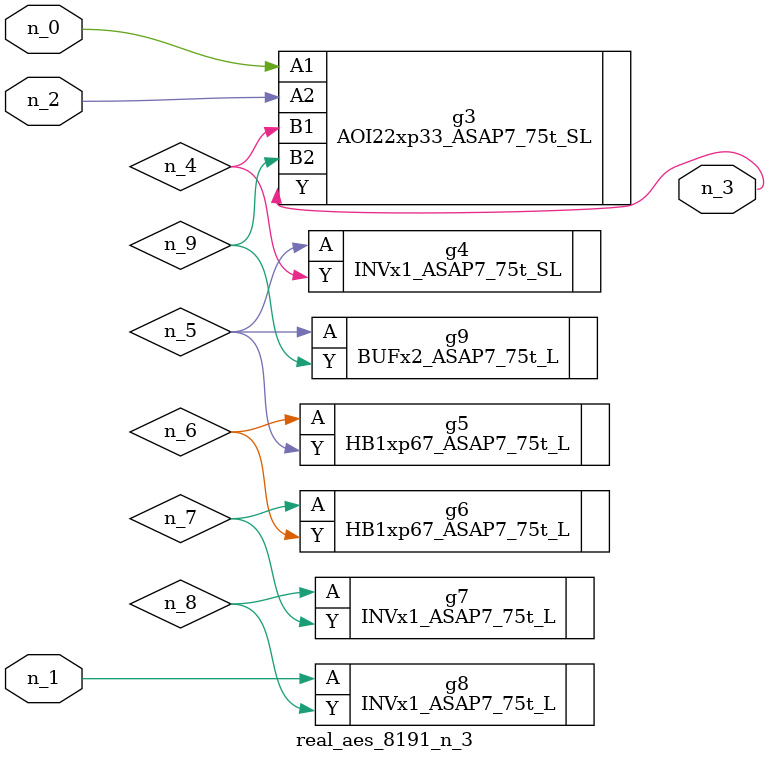
<source format=v>
module real_aes_8191_n_3 (n_0, n_2, n_1, n_3);
input n_0;
input n_2;
input n_1;
output n_3;
wire n_4;
wire n_5;
wire n_7;
wire n_9;
wire n_6;
wire n_8;
AOI22xp33_ASAP7_75t_SL g3 ( .A1(n_0), .A2(n_2), .B1(n_4), .B2(n_9), .Y(n_3) );
INVx1_ASAP7_75t_L g8 ( .A(n_1), .Y(n_8) );
INVx1_ASAP7_75t_SL g4 ( .A(n_5), .Y(n_4) );
BUFx2_ASAP7_75t_L g9 ( .A(n_5), .Y(n_9) );
HB1xp67_ASAP7_75t_L g5 ( .A(n_6), .Y(n_5) );
HB1xp67_ASAP7_75t_L g6 ( .A(n_7), .Y(n_6) );
INVx1_ASAP7_75t_L g7 ( .A(n_8), .Y(n_7) );
endmodule
</source>
